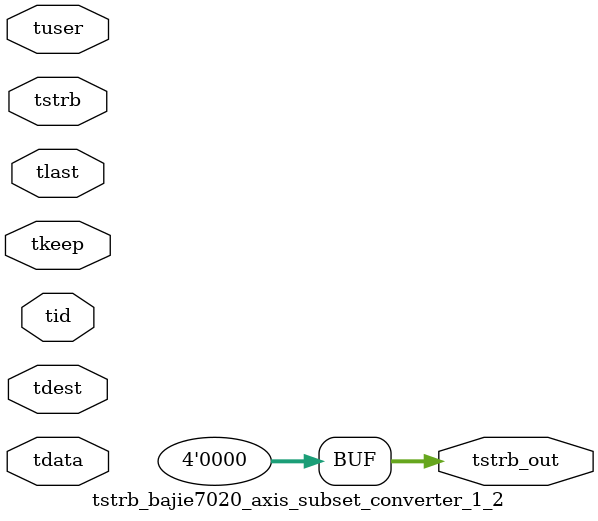
<source format=v>


`timescale 1ps/1ps

module tstrb_bajie7020_axis_subset_converter_1_2 #
(
parameter C_S_AXIS_TDATA_WIDTH = 32,
parameter C_S_AXIS_TUSER_WIDTH = 0,
parameter C_S_AXIS_TID_WIDTH   = 0,
parameter C_S_AXIS_TDEST_WIDTH = 0,
parameter C_M_AXIS_TDATA_WIDTH = 32
)
(
input  [(C_S_AXIS_TDATA_WIDTH == 0 ? 1 : C_S_AXIS_TDATA_WIDTH)-1:0     ] tdata,
input  [(C_S_AXIS_TUSER_WIDTH == 0 ? 1 : C_S_AXIS_TUSER_WIDTH)-1:0     ] tuser,
input  [(C_S_AXIS_TID_WIDTH   == 0 ? 1 : C_S_AXIS_TID_WIDTH)-1:0       ] tid,
input  [(C_S_AXIS_TDEST_WIDTH == 0 ? 1 : C_S_AXIS_TDEST_WIDTH)-1:0     ] tdest,
input  [(C_S_AXIS_TDATA_WIDTH/8)-1:0 ] tkeep,
input  [(C_S_AXIS_TDATA_WIDTH/8)-1:0 ] tstrb,
input                                                                    tlast,
output [(C_M_AXIS_TDATA_WIDTH/8)-1:0 ] tstrb_out
);

assign tstrb_out = {1'b0};

endmodule


</source>
